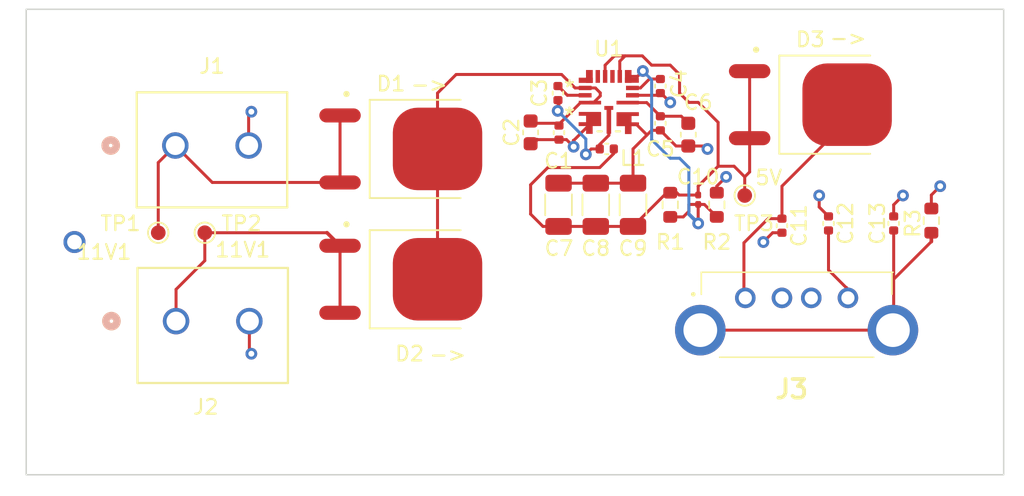
<source format=kicad_pcb>
(kicad_pcb (version 20221018) (generator pcbnew)
  (layers (0 "F.Cu" signal) (1 "In1.Cu" power) (2 "In2.Cu" power) (31 "B.Cu" signal) (34 "B.Paste" user) (35 "F.Paste" user) (36 "B.SilkS" user "B.Silkscreen") (37 "F.SilkS" user "F.Silkscreen") (38 "B.Mask" user) (39 "F.Mask" user) (44 "Edge.Cuts" user))
  (net 0 "")
  (net 1 "GND")
  (net 2 "Net-(C5-Pad1)")
  (net 5 "Net-(D1-K)")
  (net 6 "Net-(C12-Pad2)")
  (net 7 "Net-(D3-K)")
  (net 8 "Net-(D1-A-Pad1)")
  (net 9 "Net-(D2-A-Pad1)")
  (net 10 "Net-(U1-BST)")
  (net 11 "Net-(U1-LX)")
  (net 12 "Net-(U1-BIAS)")
  (net 13 "Net-(U1-OUT)")
  (net 14 "Net-(U1-FB)")
  (net 18 "Net-(C13-Pad1)")
  (footprint "MountingHole:MountingHole_2.2mm_M2" (layer "F.Cu") (at 147.87 121.36)
    (fp_text reference "H3")
    (fp_text value "MountingHole")
    (pad "" np_thru_hole circle (at 0 0) (size 2.2 2.2) (drill 2.2) (layers "*.Cu" "*.Mask"))
  )
  (footprint "buck_lib:DPAK228P990X239-4N" (layer "F.Cu") (at 168.94 112.395 -90)
    (fp_text reference "D2" (at 5.08 -0.605 -180) (layer "F.SilkS"))
    (fp_text value "D_Schottky_AKA")
    (fp_line (start -3.35 2.115) (end -3.35 -4.085) (stroke (width 0.127)) (layer "F.SilkS"))
    (fp_line (start 3.35 -4.085) (end 3.35 2.115) (stroke (width 0.127)) (layer "F.SilkS"))
    (fp_line (start 3.35 2.115) (end -3.35 2.115) (stroke (width 0.127)) (layer "F.SilkS"))
    (fp_circle (center -3.75 3.7) (end -3.638197 3.7) (stroke (width 0.2)) (fill none) (layer "F.SilkS"))
    (pad "1" smd roundrect (at -2.286 4.14 270) (size 0.96 2.83) (layers "F.Cu" "F.Paste" "F.Mask") (roundrect_rratio 0.5) (net 9 "Net-(D2-A-Pad1)"))
    (pad "2" smd roundrect (at 0 -2.51 270) (size 5.63 6.1) (layers "F.Cu" "F.Mask") (roundrect_rratio 0.3) (net 5 "Net-(D1-K)"))
    (pad "3" smd roundrect (at 2.286 4.14 270) (size 0.96 2.83) (layers "F.Cu" "F.Paste" "F.Mask") (roundrect_rratio 0.5) (net 9 "Net-(D2-A-Pad1)"))
  )
  (footprint "Capacitor_SMD:C_0402_1005Metric" (layer "F.Cu") (at 198.12 108.585 -90)
    (fp_text reference "C12" (at 0 -1.16 90) (layer "F.SilkS"))
    (fp_text value "0.1uF")
    (fp_line (start -0.107836 -0.36) (end 0.107836 -0.36) (stroke (width 0.12)) (layer "F.SilkS"))
    (fp_line (start -0.107836 0.36) (end 0.107836 0.36) (stroke (width 0.12)) (layer "F.SilkS"))
    (pad "1" smd roundrect (at -0.48 0 270) (size 0.56 0.62) (layers "F.Cu" "F.Paste" "F.Mask") (net 1 "GND"))
    (pad "2" smd roundrect (at 0.48 0 270) (size 0.56 0.62) (layers "F.Cu" "F.Paste" "F.Mask") (net 6 "Net-(C12-Pad2)"))
  )
  (footprint "Resistor_SMD:R_0603_1608Metric" (layer "F.Cu") (at 190.5 107.315 90)
    (fp_text reference "R2" (at -2.54 0 180) (layer "F.SilkS"))
    (fp_text value "10k")
    (fp_line (start -0.237258 -0.5225) (end 0.237258 -0.5225) (stroke (width 0.12)) (layer "F.SilkS"))
    (fp_line (start -0.237258 0.5225) (end 0.237258 0.5225) (stroke (width 0.12)) (layer "F.SilkS"))
    (pad "1" smd roundrect (at -0.825 0 90) (size 0.8 0.95) (layers "F.Cu" "F.Paste" "F.Mask") (net 14 "Net-(U1-FB)"))
    (pad "2" smd roundrect (at 0.825 0 90) (size 0.8 0.95) (layers "F.Cu" "F.Paste" "F.Mask") (net 1 "GND"))
  )
  (footprint "Capacitor_SMD:C_0402_1005Metric" (layer "F.Cu") (at 179.735 102.39 -90)
    (fp_text reference "C1" (at 1.9304 0.03 -180) (layer "F.SilkS"))
    (fp_text value "0.1uF")
    (fp_line (start -0.107836 -0.36) (end 0.107836 -0.36) (stroke (width 0.12)) (layer "F.SilkS"))
    (fp_line (start -0.107836 0.36) (end 0.107836 0.36) (stroke (width 0.12)) (layer "F.SilkS"))
    (pad "1" smd roundrect (at -0.48 0 270) (size 0.56 0.62) (layers "F.Cu" "F.Paste" "F.Mask") (net 5 "Net-(D1-K)"))
    (pad "2" smd roundrect (at 0.48 0 270) (size 0.56 0.62) (layers "F.Cu" "F.Paste" "F.Mask") (net 1 "GND"))
  )
  (footprint "Capacitor_SMD:C_0402_1005Metric" (layer "F.Cu") (at 186.65 101.755 -90)
    (fp_text reference "C5" (at 1.75 0 -180) (layer "F.SilkS"))
    (fp_text value "0.1uF")
    (fp_line (start -0.107836 -0.36) (end 0.107836 -0.36) (stroke (width 0.12)) (layer "F.SilkS"))
    (fp_line (start -0.107836 0.36) (end 0.107836 0.36) (stroke (width 0.12)) (layer "F.SilkS"))
    (pad "1" smd roundrect (at -0.48 0 270) (size 0.56 0.62) (layers "F.Cu" "F.Paste" "F.Mask") (net 2 "Net-(C5-Pad1)"))
    (pad "2" smd roundrect (at 0.48 0 270) (size 0.56 0.62) (layers "F.Cu" "F.Paste" "F.Mask") (net 1 "GND"))
  )
  (footprint "buck_lib:21-100700_90-100240_ADI" (layer "F.Cu") (at 183.132501 100.294999)
    (fp_text reference "U1" (at 0 -3.619999 unlocked) (layer "F.SilkS"))
    (fp_text value "~")
    (fp_text user "*" (at -2.685 -0.95 unlocked) (layer "F.SilkS"))
    (fp_text user "*" (at -2.685 0.9296) (layer "F.SilkS"))
    (fp_line (start -0.48274 2.0066) (end -0.76726 2.0066) (stroke (width 0.1524)) (layer "F.SilkS"))
    (fp_line (start 0.76726 2.0066) (end 0.48274 2.0066) (stroke (width 0.1524)) (layer "F.SilkS"))
    (pad "1" smd rect (at -1.612499 -0.950001) (size 0.875005 0.299999) (layers "F.Cu" "F.Paste" "F.Mask") (net 5 "Net-(D1-K)"))
    (pad "2" smd rect (at -1.612499 -0.45) (size 0.875005 0.299999) (layers "F.Cu" "F.Paste" "F.Mask") (net 10 "Net-(U1-BST)"))
    (pad "3" smd rect (at -1.287499 0.049999) (size 1.524991 0.250012) (layers "F.Cu" "F.Paste" "F.Mask") (net 5 "Net-(D1-K)"))
    (pad "4" smd custom (at -1.287499 0.825001) (size 1.524991 0.250012) (layers "F.Cu" "F.Paste" "F.Mask") (net 1 "GND") (options (clearance outline) (anchor rect)) (primitives (gr_poly (pts (xy -0.761901 -0.139201) (xy -0.761901 0.110799) (xy -0.261901 0.110799) (xy -0.261901 0.560799) (xy -0.761901 0.560799) (xy -0.761901 0.810799) (xy -0.261901 0.810799) (xy -0.261901 1.355799) (xy 0.188099 1.355799) (xy 0.188099 0.810799) (xy 0.744349 0.810799) (xy 0.763099 0.792049) (xy 0.763099 -0.120451) (xy 0.744349 -0.139201)) (width 0) (fill yes))))
    (pad "5" smd rect (at -1.287499 1.525001) (size 1.524991 0.250012) (layers "F.Cu" "F.Paste" "F.Mask") (net 1 "GND"))
    (pad "6" smd custom (at 0.005 1.2275 90) (size 1.895 0.31) (layers "F.Cu" "F.Paste" "F.Mask") (net 11 "Net-(U1-LX)") (options (clearance outline) (anchor rect)) (primitives (gr_poly (pts (xy 0.9475 -0.305) (xy 0.9475 0.295) (xy 0.6875 0.295) (xy 0.6875 -0.305)) (width 0.01) (fill yes))))
    (pad "7" smd rect (at 1.287499 1.525001) (size 1.524991 0.250012) (layers "F.Cu" "F.Paste" "F.Mask") (net 1 "GND"))
    (pad "8" smd custom (at 1.29 0.84) (size 1.524991 0.250012) (layers "F.Cu" "F.Paste" "F.Mask") (net 1 "GND") (options (clearance outline) (anchor rect)) (primitives (gr_poly (pts (xy 0.761901 -0.139201) (xy 0.761901 0.110799) (xy 0.261901 0.110799) (xy 0.261901 0.560799) (xy 0.761901 0.560799) (xy 0.761901 0.810799) (xy 0.261901 0.810799) (xy 0.261901 1.355799) (xy -0.188099 1.355799) (xy -0.188099 0.810799) (xy -0.744349 0.810799) (xy -0.763099 0.792049) (xy -0.763099 -0.120451) (xy -0.744349 -0.139201)) (width 0) (fill yes))))
    (pad "9" smd rect (at 1.287499 0.049999) (size 1.524991 0.250012) (layers "F.Cu" "F.Paste" "F.Mask") (net 2 "Net-(C5-Pad1)"))
    (pad "10" smd rect (at 1.612499 -0.45) (size 0.875005 0.299999) (layers "F.Cu" "F.Paste" "F.Mask") (net 1 "GND"))
    (pad "11" smd rect (at 1.612499 -0.950001) (size 0.875005 0.299999) (layers "F.Cu" "F.Paste" "F.Mask") (net 12 "Net-(U1-BIAS)"))
    (pad "12" smd rect (at 1.325 -1.738749 90) (size 0.872502 0.449999) (layers "F.Cu" "F.Paste" "F.Mask") (net 14 "Net-(U1-FB)"))
    (pad "12" smd rect (at 1.574999 -1.476248 180) (size 0.949998 0.3475) (layers "F.Cu" "F.Paste" "F.Mask") (net 14 "Net-(U1-FB)"))
    (pad "13" smd rect (at 0.749999 -1.737497 90) (size 0.875005 0.299999) (layers "F.Cu" "F.Paste" "F.Mask") (net 13 "Net-(U1-OUT)"))
    (pad "14" smd rect (at 0.249999 -1.737497 90) (size 0.875005 0.299999) (layers "F.Cu" "F.Paste" "F.Mask"))
    (pad "15" smd rect (at -0.250001 -1.737497 90) (size 0.875005 0.299999) (layers "F.Cu" "F.Paste" "F.Mask") (net 13 "Net-(U1-OUT)"))
    (pad "16" smd rect (at -0.750001 -1.737497 90) (size 0.875005 0.299999) (layers "F.Cu" "F.Paste" "F.Mask"))
    (pad "17" smd rect (at -1.571873 -1.472499) (size 0.95625 0.354998) (layers "F.Cu" "F.Paste" "F.Mask"))
    (pad "17" smd rect (at -1.324373 -1.735625 270) (size 0.88125 0.46125) (layers "F.Cu" "F.Paste" "F.Mask"))
  )
  (footprint "buck_lib:DPAK228P990X239-4N" (layer "F.Cu") (at 196.88 100.485 -90)
    (fp_text reference "D3" (at -4.445 0 -180) (layer "F.SilkS"))
    (fp_text value "D_Schottky_AKA")
    (fp_line (start -3.35 2.115) (end -3.35 -4.085) (stroke (width 0.127)) (layer "F.SilkS"))
    (fp_line (start 3.35 -4.085) (end 3.35 2.115) (stroke (width 0.127)) (layer "F.SilkS"))
    (fp_line (start 3.35 2.115) (end -3.35 2.115) (stroke (width 0.127)) (layer "F.SilkS"))
    (fp_circle (center -3.75 3.7) (end -3.638197 3.7) (stroke (width 0.2)) (fill none) (layer "F.SilkS"))
    (pad "1" smd roundrect (at -2.286 4.14 270) (size 0.96 2.83) (layers "F.Cu" "F.Paste" "F.Mask") (roundrect_rratio 0.5) (net 13 "Net-(U1-OUT)"))
    (pad "2" smd roundrect (at 0 -2.51 270) (size 5.63 6.1) (layers "F.Cu" "F.Mask") (roundrect_rratio 0.3) (net 7 "Net-(D3-K)"))
    (pad "3" smd roundrect (at 2.286 4.14 270) (size 0.96 2.83) (layers "F.Cu" "F.Paste" "F.Mask") (roundrect_rratio 0.5) (net 13 "Net-(U1-OUT)"))
  )
  (footprint "Capacitor_SMD:C_0402_1005Metric" (layer "F.Cu") (at 202.565 108.585 90)
    (fp_text reference "C13" (at 0 -1.115 90) (layer "F.SilkS"))
    (fp_text value "0.1uF")
    (fp_line (start -0.107836 -0.36) (end 0.107836 -0.36) (stroke (width 0.12)) (layer "F.SilkS"))
    (fp_line (start -0.107836 0.36) (end 0.107836 0.36) (stroke (width 0.12)) (layer "F.SilkS"))
    (pad "1" smd roundrect (at -0.48 0 90) (size 0.56 0.62) (layers "F.Cu" "F.Paste" "F.Mask") (net 18 "Net-(C13-Pad1)"))
    (pad "2" smd roundrect (at 0.48 0 90) (size 0.56 0.62) (layers "F.Cu" "F.Paste" "F.Mask") (net 1 "GND"))
  )
  (footprint "Capacitor_SMD:C_0402_1005Metric" (layer "F.Cu") (at 179.665 99.695 -90)
    (fp_text reference "C3" (at 0 1.27 90) (layer "F.SilkS"))
    (fp_text value "0.1uF")
    (fp_line (start -0.107836 -0.36) (end 0.107836 -0.36) (stroke (width 0.12)) (layer "F.SilkS"))
    (fp_line (start -0.107836 0.36) (end 0.107836 0.36) (stroke (width 0.12)) (layer "F.SilkS"))
    (pad "1" smd roundrect (at -0.48 0 270) (size 0.56 0.62) (layers "F.Cu" "F.Paste" "F.Mask") (net 10 "Net-(U1-BST)"))
    (pad "2" smd roundrect (at 0.48 0 270) (size 0.56 0.62) (layers "F.Cu" "F.Paste" "F.Mask") (net 11 "Net-(U1-LX)"))
  )
  (footprint "buck_lib:CONN2_710002_WRE" (layer "F.Cu") (at 153.565 103.27)
    (fp_text reference "J1" (at 2.5 -5.417701 unlocked) (layer "F.SilkS"))
    (fp_text value "691137710002")
    (fp_circle (center -4.4088 0) (end -4.0278 0) (stroke (width 0.508)) (fill none) (layer "B.SilkS"))
    (fp_line (start -2.6308 -3.627001) (end -2.6308 4.221599) (stroke (width 0.1524)) (layer "F.SilkS"))
    (fp_line (start -2.6308 4.221599) (end 7.6308 4.221599) (stroke (width 0.1524)) (layer "F.SilkS"))
    (fp_line (start 7.6308 -3.627001) (end -2.6308 -3.627001) (stroke (width 0.1524)) (layer "F.SilkS"))
    (fp_line (start 7.6308 4.221599) (end 7.6308 -3.627001) (stroke (width 0.1524)) (layer "F.SilkS"))
    (fp_circle (center -4.4088 0) (end -4.0278 0) (stroke (width 0.508)) (fill none) (layer "F.SilkS"))
    (pad "1" thru_hole circle (at 0 0) (size 1.8034 1.8034) (drill 1.2954) (layers "*.Cu" "*.Mask") (net 8 "Net-(D1-A-Pad1)"))
    (pad "2" thru_hole circle (at 5 0) (size 1.8034 1.8034) (drill 1.2954) (layers "*.Cu" "*.Mask") (net 1 "GND"))
  )
  (footprint "Capacitor_SMD:C_1206_3216Metric" (layer "F.Cu") (at 182.245 107.315 -90)
    (fp_text reference "C8" (at 2.97 0) (layer "F.SilkS"))
    (fp_text value "100uF")
    (fp_line (start -0.711252 -0.91) (end 0.711252 -0.91) (stroke (width 0.12)) (layer "F.SilkS"))
    (fp_line (start -0.711252 0.91) (end 0.711252 0.91) (stroke (width 0.12)) (layer "F.SilkS"))
    (pad "1" smd roundrect (at -1.475 0 270) (size 1.15 1.8) (layers "F.Cu" "F.Paste" "F.Mask") (roundrect_rratio 0.2173913043) (net 1 "GND"))
    (pad "2" smd roundrect (at 1.475 0 270) (size 1.15 1.8) (layers "F.Cu" "F.Paste" "F.Mask") (roundrect_rratio 0.2173913043) (net 13 "Net-(U1-OUT)"))
  )
  (footprint "MountingHole:MountingHole_2.2mm_M2" (layer "F.Cu") (at 205.84 121.3)
    (fp_text reference "H4")
    (fp_text value "MountingHole")
    (pad "" np_thru_hole circle (at 0 0) (size 2.2 2.2) (drill 2.2) (layers "*.Cu" "*.Mask"))
  )
  (footprint "Capacitor_SMD:C_1206_3216Metric" (layer "F.Cu") (at 184.785 107.315 -90)
    (fp_text reference "C9" (at 2.97 0) (layer "F.SilkS"))
    (fp_text value "100uF")
    (fp_line (start -0.711252 -0.91) (end 0.711252 -0.91) (stroke (width 0.12)) (layer "F.SilkS"))
    (fp_line (start -0.711252 0.91) (end 0.711252 0.91) (stroke (width 0.12)) (layer "F.SilkS"))
    (pad "1" smd roundrect (at -1.475 0 270) (size 1.15 1.8) (layers "F.Cu" "F.Paste" "F.Mask") (roundrect_rratio 0.2173913043) (net 1 "GND"))
    (pad "2" smd roundrect (at 1.475 0 270) (size 1.15 1.8) (layers "F.Cu" "F.Paste" "F.Mask") (roundrect_rratio 0.2173913043) (net 13 "Net-(U1-OUT)"))
  )
  (footprint "Capacitor_SMD:C_0603_1608Metric" (layer "F.Cu") (at 177.8 102.375 -90)
    (fp_text reference "C2" (at 0 1.3 90) (layer "F.SilkS"))
    (fp_text value "10uF")
    (fp_line (start -0.14058 -0.51) (end 0.14058 -0.51) (stroke (width 0.12)) (layer "F.SilkS"))
    (fp_line (start -0.14058 0.51) (end 0.14058 0.51) (stroke (width 0.12)) (layer "F.SilkS"))
    (pad "1" smd roundrect (at -0.775 0 270) (size 0.9 0.95) (layers "F.Cu" "F.Paste" "F.Mask") (net 5 "Net-(D1-K)"))
    (pad "2" smd roundrect (at 0.775 0 270) (size 0.9 0.95) (layers "F.Cu" "F.Paste" "F.Mask") (net 1 "GND"))
  )
  (footprint "Capacitor_SMD:C_0402_1005Metric" (layer "F.Cu") (at 194.945 108.74 -90)
    (fp_text reference "C11" (at 0 -1.16 90) (layer "F.SilkS"))
    (fp_text value "0.1uF")
    (fp_line (start -0.107836 -0.36) (end 0.107836 -0.36) (stroke (width 0.12)) (layer "F.SilkS"))
    (fp_line (start -0.107836 0.36) (end 0.107836 0.36) (stroke (width 0.12)) (layer "F.SilkS"))
    (pad "1" smd roundrect (at -0.48 0 270) (size 0.56 0.62) (layers "F.Cu" "F.Paste" "F.Mask") (net 7 "Net-(D3-K)"))
    (pad "2" smd roundrect (at 0.48 0 270) (size 0.56 0.62) (layers "F.Cu" "F.Paste" "F.Mask") (net 1 "GND"))
  )
  (footprint "Capacitor_SMD:C_0603_1608Metric" (layer "F.Cu") (at 188.555 102.53 -90)
    (fp_text reference "C6" (at -2.2 -0.675 -180) (layer "F.SilkS"))
    (fp_text value "10uF")
    (fp_line (start -0.14058 -0.51) (end 0.14058 -0.51) (stroke (width 0.12)) (layer "F.SilkS"))
    (fp_line (start -0.14058 0.51) (end 0.14058 0.51) (stroke (width 0.12)) (layer "F.SilkS"))
    (pad "1" smd roundrect (at -0.775 0 270) (size 0.9 0.95) (layers "F.Cu" "F.Paste" "F.Mask") (net 2 "Net-(C5-Pad1)"))
    (pad "2" smd roundrect (at 0.775 0 270) (size 0.9 0.95) (layers "F.Cu" "F.Paste" "F.Mask") (net 1 "GND"))
  )
  (footprint "Capacitor_SMD:C_0402_1005Metric" (layer "F.Cu") (at 182.995 103.505)
    (fp_text reference "L1" (at 1.79 0.635) (layer "F.SilkS"))
    (fp_text value "2.2uH")
    (fp_line (start -0.107836 -0.36) (end 0.107836 -0.36) (stroke (width 0.12)) (layer "F.SilkS"))
    (fp_line (start -0.107836 0.36) (end 0.107836 0.36) (stroke (width 0.12)) (layer "F.SilkS"))
    (pad "1" smd roundrect (at -0.48 0) (size 0.56 0.62) (layers "F.Cu" "F.Paste" "F.Mask") (net 11 "Net-(U1-LX)"))
    (pad "2" smd roundrect (at 0.48 0) (size 0.56 0.62) (layers "F.Cu" "F.Paste" "F.Mask") (net 13 "Net-(U1-OUT)"))
  )
  (footprint "MountingHole:MountingHole_2.2mm_M2" (layer "F.Cu") (at 205.84 98.31)
    (fp_text reference "H2")
    (fp_text value "MountingHole")
    (pad "" np_thru_hole circle (at 0 0) (size 2.2 2.2) (drill 2.2) (layers "*.Cu" "*.Mask"))
  )
  (footprint "TestPoint:TestPoint_Pad_D1.0mm" (layer "F.Cu") (at 192.405 106.68)
    (fp_text reference "TP3" (at 0.635 1.905) (layer "F.SilkS"))
    (fp_text value "TestPoint")
    (fp_circle (center 0 0) (end 0 0.7) (stroke (width 0.12)) (fill none) (layer "F.SilkS"))
    (pad "1" smd circle (at 0 0) (size 1 1) (layers "F.Cu" "F.Mask") (net 13 "Net-(U1-OUT)"))
  )
  (footprint "Capacitor_SMD:C_0201_0603Metric" (layer "F.Cu") (at 189.23 106.97 -90)
    (fp_text reference "C10" (at -1.56 0 -180) (layer "F.SilkS"))
    (fp_text value "56pF")
    (pad "1" smd roundrect (at -0.32 0 270) (size 0.46 0.4) (layers "F.Cu" "F.Mask") (net 13 "Net-(U1-OUT)"))
    (pad "2" smd roundrect (at 0.32 0 270) (size 0.46 0.4) (layers "F.Cu" "F.Mask") (net 14 "Net-(U1-FB)"))
  )
  (footprint "TestPoint:TestPoint_Pad_D1.0mm" (layer "F.Cu") (at 152.4 109.22)
    (fp_text reference "TP1" (at -2.57 -0.635) (layer "F.SilkS"))
    (fp_text value "TestPoint")
    (fp_circle (center 0 0) (end 0 0.7) (stroke (width 0.12)) (fill none) (layer "F.SilkS"))
    (pad "1" smd circle (at 0 0) (size 1 1) (layers "F.Cu" "F.Mask") (net 8 "Net-(D1-A-Pad1)"))
  )
  (footprint "Resistor_SMD:R_0603_1608Metric" (layer "F.Cu") (at 205.135 108.395 90)
    (fp_text reference "R3" (at -0.19 -1.27 90) (layer "F.SilkS"))
    (fp_text value "100k")
    (fp_line (start -0.237258 -0.5225) (end 0.237258 -0.5225) (stroke (width 0.12)) (layer "F.SilkS"))
    (fp_line (start -0.237258 0.5225) (end 0.237258 0.5225) (stroke (width 0.12)) (layer "F.SilkS"))
    (pad "1" smd roundrect (at -0.825 0 90) (size 0.8 0.95) (layers "F.Cu" "F.Paste" "F.Mask") (net 18 "Net-(C13-Pad1)"))
    (pad "2" smd roundrect (at 0.825 0 90) (size 0.8 0.95) (layers "F.Cu" "F.Paste" "F.Mask") (net 1 "GND"))
  )
  (footprint "Capacitor_SMD:C_0402_1005Metric" (layer "F.Cu") (at 186.65 99.215 -90)
    (fp_text reference "C4" (at -0.155 -1.27 90) (layer "F.SilkS"))
    (fp_text value "2.2uF")
    (fp_line (start -0.107836 -0.36) (end 0.107836 -0.36) (stroke (width 0.12)) (layer "F.SilkS"))
    (fp_line (start -0.107836 0.36) (end 0.107836 0.36) (stroke (width 0.12)) (layer "F.SilkS"))
    (pad "1" smd roundrect (at -0.48 0 270) (size 0.56 0.62) (layers "F.Cu" "F.Paste" "F.Mask") (net 12 "Net-(U1-BIAS)"))
    (pad "2" smd roundrect (at 0.48 0 270) (size 0.56 0.62) (layers "F.Cu" "F.Paste" "F.Mask") (net 1 "GND"))
  )
  (footprint "buck_lib:DPAK228P990X239-4N" (layer "F.Cu") (at 168.94 103.505 -90)
    (fp_text reference "D1" (at -4.445 0.665 -180) (layer "F.SilkS"))
    (fp_text value "D_Schottky_AKA")
    (fp_line (start -3.35 2.115) (end -3.35 -4.085) (stroke (width 0.127)) (layer "F.SilkS"))
    (fp_line (start 3.35 -4.085) (end 3.35 2.115) (stroke (width 0.127)) (layer "F.SilkS"))
    (fp_line (start 3.35 2.115) (end -3.35 2.115) (stroke (width 0.127)) (layer "F.SilkS"))
    (fp_circle (center -3.75 3.7) (end -3.638197 3.7) (stroke (width 0.2)) (fill none) (layer "F.SilkS"))
    (pad "1" smd roundrect (at -2.286 4.14 270) (size 0.96 2.83) (layers "F.Cu" "F.Paste" "F.Mask") (roundrect_rratio 0.5) (net 8 "Net-(D1-A-Pad1)"))
    (pad "2" smd roundrect (at 0 -2.51 270) (size 5.63 6.1) (layers "F.Cu" "F.Mask") (roundrect_rratio 0.3) (net 5 "Net-(D1-K)"))
    (pad "3" smd roundrect (at 2.286 4.14 270) (size 0.96 2.83) (layers "F.Cu" "F.Paste" "F.Mask") (roundrect_rratio 0.5) (net 8 "Net-(D1-A-Pad1)"))
  )
  (footprint "TestPoint:TestPoint_Pad_D1.0mm" (layer "F.Cu") (at 155.575 109.22)
    (fp_text reference "TP2" (at 2.51 -0.635) (layer "F.SilkS"))
    (fp_text value "TestPoint")
    (fp_circle (center 0 0) (end 0 0.7) (stroke (width 0.12)) (fill none) (layer "F.SilkS"))
    (pad "1" smd circle (at 0 0) (size 1 1) (layers "F.Cu" "F.Mask") (net 9 "Net-(D2-A-Pad1)"))
  )
  (footprint "Capacitor_SMD:C_1206_3216Metric" (layer "F.Cu") (at 179.705 107.315 -90)
    (fp_text reference "C7" (at 2.97 -0.03) (layer "F.SilkS"))
    (fp_text value "100uF")
    (fp_line (start -0.711252 -0.91) (end 0.711252 -0.91) (stroke (width 0.12)) (layer "F.SilkS"))
    (fp_line (start -0.711252 0.91) (end 0.711252 0.91) (stroke (width 0.12)) (layer "F.SilkS"))
    (pad "1" smd roundrect (at -1.475 0 270) (size 1.15 1.8) (layers "F.Cu" "F.Paste" "F.Mask") (roundrect_rratio 0.2173913043) (net 1 "GND"))
    (pad "2" smd roundrect (at 1.475 0 270) (size 1.15 1.8) (layers "F.Cu" "F.Paste" "F.Mask") (roundrect_rratio 0.2173913043) (net 13 "Net-(U1-OUT)"))
  )
  (footprint "buck_lib:UJ2AV4TH" (layer "F.Cu") (at 192.445 113.665)
    (fp_text reference "J3" (at 3.165 6.23) (layer "F.SilkS") (effects (font (size 1.27 1.27) (thickness 0.254))))
    (fp_text value "UJ2-AV-4-TH" hide)
    (fp_line (start -3.6 -0.25) (end -3.6 -0.25) (stroke (width 0.2)) (layer "F.SilkS"))
    (fp_line (start -3.6 -0.25) (end -3.6 -0.25) (stroke (width 0.2)) (layer "F.SilkS"))
    (fp_line (start -3.5 -0.25) (end -3.5 -0.25) (stroke (width 0.2)) (layer "F.SilkS"))
    (fp_line (start -3 -1.75) (end -3 -1.75) (stroke (width 0.1)) (layer "F.SilkS"))
    (fp_line (start -3 -1.75) (end -3 -1.75) (stroke (width 0.1)) (layer "F.SilkS"))
    (fp_line (start -3 -1.75) (end -3 -0.25) (stroke (width 0.1)) (layer "F.SilkS"))
    (fp_line (start -3 -1.75) (end 10.07 -1.75) (stroke (width 0.1)) (layer "F.SilkS"))
    (fp_line (start -3 -0.25) (end -3 -1.75) (stroke (width 0.1)) (layer "F.SilkS"))
    (fp_line (start -3 -0.25) (end -3 -0.25) (stroke (width 0.1)) (layer "F.SilkS"))
    (fp_line (start -1.75 4.05) (end -1.75 4.05) (stroke (width 0.1)) (layer "F.SilkS"))
    (fp_line (start -1.75 4.05) (end 8.75 4.05) (stroke (width 0.1)) (layer "F.SilkS"))
    (fp_line (start 8.75 4.05) (end -1.75 4.05) (stroke (width 0.1)) (layer "F.SilkS"))
    (fp_line (start 8.75 4.05) (end 8.75 4.05) (stroke (width 0.1)) (layer "F.SilkS"))
    (fp_line (start 10 -1.75) (end 10 -1.75) (stroke (width 0.1)) (layer "F.SilkS"))
    (fp_line (start 10 -1.75) (end 10 -0.25) (stroke (width 0.1)) (layer "F.SilkS"))
    (fp_line (start 10 -0.25) (end 10 -1.75) (stroke (width 0.1)) (layer "F.SilkS"))
    (fp_line (start 10 -0.25) (end 10 -0.25) (stroke (width 0.1)) (layer "F.SilkS"))
    (fp_line (start 10.07 -1.75) (end -3 -1.75) (stroke (width 0.1)) (layer "F.SilkS"))
    (fp_line (start 10.07 -1.75) (end 10.07 -1.75) (stroke (width 0.1)) (layer "F.SilkS"))
    (fp_arc (start -3.6 -0.25) (mid -3.55 -0.3) (end -3.5 -0.25) (stroke (width 0.2)) (layer "F.SilkS"))
    (fp_arc (start -3.5 -0.25) (mid -3.55 -0.2) (end -3.6 -0.25) (stroke (width 0.2)) (layer "F.SilkS"))
    (fp_arc (start -3.5 -0.25) (mid -3.55 -0.2) (end -3.6 -0.25) (stroke (width 0.2)) (layer "F.SilkS"))
    (pad "1" thru_hole circle (at 0 0) (size 1.4 1.4) (drill 0.9) (layers "*.Cu" "*.Mask") (net 7 "Net-(D3-K)"))
    (pad "2" thru_hole circle (at 2.5 0) (size 1.4 1.4) (drill 0.9) (layers "*.Cu" "*.Mask"))
    (pad "3" thru_hole circle (at 4.5 0) (size 1.4 1.4) (drill 0.9) (layers "*.Cu" "*.Mask"))
    (pad "4" thru_hole circle (at 7 0) (size 1.4 1.4) (drill 0.9) (layers "*.Cu" "*.Mask") (net 6 "Net-(C12-Pad2)"))
    (pad "MH1" thru_hole circle (at -3.07 2.2) (size 3.45 3.45) (drill 2.3) (layers "*.Cu" "*.Mask") (net 18 "Net-(C13-Pad1)"))
    (pad "MH2" thru_hole circle (at 10.07 2.2) (size 3.45 3.45) (drill 2.3) (layers "*.Cu" "*.Mask") (net 18 "Net-(C13-Pad1)"))
  )
  (footprint "Resistor_SMD:R_0603_1608Metric" (layer "F.Cu") (at 187.325 107.315 -90)
    (fp_text reference "R1" (at 2.54 0 -180) (layer "F.SilkS"))
    (fp_text value "51.1k")
    (fp_line (start -0.237258 -0.5225) (end 0.237258 -0.5225) (stroke (width 0.12)) (layer "F.SilkS"))
    (fp_line (start -0.237258 0.5225) (end 0.237258 0.5225) (stroke (width 0.12)) (layer "F.SilkS"))
    (pad "1" smd roundrect (at -0.825 0 270) (size 0.8 0.95) (layers "F.Cu" "F.Paste" "F.Mask") (net 13 "Net-(U1-OUT)"))
    (pad "2" smd roundrect (at 0.825 0 270) (size 0.8 0.95) (layers "F.Cu" "F.Paste" "F.Mask") (net 14 "Net-(U1-FB)"))
  )
  (footprint "buck_lib:CONN2_710002_WRE" (layer "F.Cu") (at 153.615 115.25)
    (fp_text reference "J2" (at 2.0301 5.857299 unlocked) (layer "F.SilkS"))
    (fp_text value "691137710002")
    (fp_circle (center -4.4088 0) (end -4.0278 0) (stroke (width 0.508)) (fill none) (layer "B.SilkS"))
    (fp_line (start -2.6308 -3.627001) (end -2.6308 4.221599) (stroke (width 0.1524)) (layer "F.SilkS"))
    (fp_line (start -2.6308 4.221599) (end 7.6308 4.221599) (stroke (width 0.1524)) (layer "F.SilkS"))
    (fp_line (start 7.6308 -3.627001) (end -2.6308 -3.627001) (stroke (width 0.1524)) (layer "F.SilkS"))
    (fp_line (start 7.6308 4.221599) (end 7.6308 -3.627001) (stroke (width 0.1524)) (layer "F.SilkS"))
    (fp_circle (center -4.4088 0) (end -4.0278 0) (stroke (width 0.508)) (fill none) (layer "F.SilkS"))
    (pad "1" thru_hole circle (at 0 0) (size 1.8034 1.8034) (drill 1.2954) (layers "*.Cu" "*.Mask") (net 9 "Net-(D2-A-Pad1)"))
    (pad "2" thru_hole circle (at 5 0) (size 1.8034 1.8034) (drill 1.2954) (layers "*.Cu" "*.Mask") (net 1 "GND"))
  )
  (footprint "MountingHole:MountingHole_2.2mm_M2" (layer "F.Cu") (at 147.81 98.31)
    (fp_text reference "H1")
    (fp_text value "MountingHole")
    (pad "" np_thru_hole circle (at 0 0) (size 2.2 2.2) (drill 2.2) (layers "*.Cu" "*.Mask"))
  )
  (gr_rect (start 143.3925 93.98) (end 210.0675 125.73) (stroke (width 0.1)) (fill none) (layer "Edge.Cuts"))
  (gr_text "11V1\n" (at 156.21 110.97) (layer "F.SilkS") (effects (font (size 1 1)) (justify left bottom)))
  (gr_text "5V" (at 193.04 106.045) (layer "F.SilkS") (effects (font (size 1 1)) (justify left bottom)))
  (gr_text "->" (at 169.545 99.695) (layer "F.SilkS") (effects (font (size 1 1)) (justify left bottom)))
  (gr_text "->" (at 170.815 118.11) (layer "F.SilkS") (effects (font (size 1 1)) (justify left bottom)))
  (gr_text "11V1" (at 146.745 111.125) (layer "F.SilkS") (effects (font (size 1 1)) (justify left bottom)))
  (gr_text "->" (at 198.12 96.52) (layer "F.SilkS") (effects (font (size 1 1)) (justify left bottom)))
  (segment (start 194.945 109.22) (end 194.31 109.22) (width 0.2032) (layer "F.Cu") (net 1))
  (segment (start 188.555 103.305) (end 189.665 103.305) (width 0.2032) (layer "F.Cu") (net 1))
  (segment (start 158.565 103.27) (end 158.565 101.15) (width 0.2032) (layer "F.Cu") (net 1))
  (segment (start 197.485 107.47) (end 198.12 108.105) (width 0.2032) (layer "F.Cu") (net 1))
  (segment (start 190.5 106.045) (end 191.135 105.41) (width 0.2032) (layer "F.Cu") (net 1))
  (segment (start 202.565 107.315) (end 203.2 106.68) (width 0.2032) (layer "F.Cu") (net 1))
  (segment (start 158.615 115.25) (end 158.615 117.34) (width 0.2032) (layer "F.Cu") (net 1))
  (segment (start 189.665 103.305) (end 189.865 103.505) (width 0.25) (layer "F.Cu") (net 1))
  (segment (start 185.7375 102.5525) (end 184.785 103.505) (width 0.2032) (layer "F.Cu") (net 1))
  (segment (start 205.135 107.57) (end 205.135 106.65) (width 0.2032) (layer "F.Cu") (net 1))
  (segment (start 184.785 103.505) (end 184.785 105.84) (width 0.2032) (layer "F.Cu") (net 1))
  (segment (start 185.005 101.82) (end 185.7375 102.5525) (width 0.2032) (layer "F.Cu") (net 1))
  (segment (start 187.72 103.305) (end 186.65 102.235) (width 0.2032) (layer "F.Cu") (net 1))
  (segment (start 197.485 106.68) (end 197.485 107.47) (width 0.2032) (layer "F.Cu") (net 1))
  (segment (start 179.705 105.84) (end 184.785 105.84) (width 0.2032) (layer "F.Cu") (net 1))
  (segment (start 178.235 102.87) (end 177.8 103.305) (width 0.25) (layer "F.Cu") (net 1))
  (segment (start 202.565 108.105) (end 202.565 107.315) (width 0.2032) (layer "F.Cu") (net 1))
  (segment (start 205.135 106.65) (end 205.74 106.045) (width 0.2032) (layer "F.Cu") (net 1))
  (segment (start 179.735 102.87) (end 178.235 102.87) (width 0.2032) (layer "F.Cu") (net 1))
  (segment (start 186.65 102.235) (end 186.055 102.235) (width 0.2032) (layer "F.Cu") (net 1))
  (segment (start 180.25 102.87) (end 180.734847 103.354847) (width 0.2032) (layer "F.Cu") (net 1))
  (segment (start 186.65 99.695) (end 186.69 99.695) (width 0.25) (layer "F.Cu") (net 1))
  (segment (start 186.055 102.235) (end 185.7375 102.5525) (width 0.2032) (layer "F.Cu") (net 1))
  (segment (start 184.42 101.82) (end 185.005 101.82) (width 0.25) (layer "F.Cu") (net 1))
  (segment (start 158.615 117.34) (end 158.75 117.475) (width 0.25) (layer "F.Cu") (net 1))
  (segment (start 184.745 99.844999) (end 186.500001 99.844999) (width 0.2032) (layer "F.Cu") (net 1))
  (segment (start 179.735 102.87) (end 180.25 102.87) (width 0.2032) (layer "F.Cu") (net 1))
  (segment (start 180.734847 102.930155) (end 181.845002 101.82) (width 0.2032) (layer "F.Cu") (net 1))
  (segment (start 188.555 103.305) (end 187.72 103.305) (width 0.2032) (layer "F.Cu") (net 1))
  (segment (start 190.5 106.49) (end 190.5 106.045) (width 0.2032) (layer "F.Cu") (net 1))
  (segment (start 158.565 101.15) (end 158.75 100.965) (width 0.25) (layer "F.Cu") (net 1))
  (segment (start 180.734847 103.354847) (end 180.734847 102.930155) (width 0.25) (layer "F.Cu") (net 1))
  (segment (start 186.500001 99.844999) (end 186.65 99.695) (width 0.25) (layer "F.Cu") (net 1))
  (segment (start 194.31 109.22) (end 193.675 109.855) (width 0.2032) (layer "F.Cu") (net 1))
  (segment (start 186.69 99.695) (end 187.325 100.33) (width 0.2032) (layer "F.Cu") (net 1))
  (via (at 193.675 109.855) (size 0.8) (drill 0.4) (layers "F.Cu" "B.Cu") (net 1))
  (via (at 189.865 103.505) (size 0.8) (drill 0.4) (layers "F.Cu" "B.Cu") (net 1))
  (via (at 191.135 105.41) (size 0.8) (drill 0.4) (layers "F.Cu" "B.Cu") (net 1))
  (via (at 158.75 100.965) (size 0.8) (drill 0.4) (layers "F.Cu" "B.Cu") (net 1))
  (via (at 203.2 106.68) (size 0.8) (drill 0.4) (layers "F.Cu" "B.Cu") (net 1))
  (via (at 187.325 100.33) (size 0.8) (drill 0.4) (layers "F.Cu" "B.Cu") (net 1))
  (via (at 158.75 117.475) (size 0.8) (drill 0.4) (layers "F.Cu" "B.Cu") (net 1))
  (via (at 197.485 106.68) (size 0.8) (drill 0.4) (layers "F.Cu" "B.Cu") (net 1))
  (via (at 205.74 106.045) (size 0.8) (drill 0.4) (layers "F.Cu" "B.Cu") (net 1))
  (via (at 180.734847 103.354847) (size 0.8) (drill 0.4) (layers "F.Cu" "B.Cu") (net 1))
  (segment (start 188.555 101.755) (end 188.075 101.275) (width 0.2032) (layer "F.Cu") (net 2))
  (segment (start 186.65 101.275) (end 185.719998 100.344998) (width 0.2032) (layer "F.Cu") (net 2))
  (segment (start 185.719998 100.344998) (end 184.42 100.344998) (width 0.2032) (layer "F.Cu") (net 2))
  (segment (start 188.075 101.275) (end 186.65 101.275) (width 0.2032) (layer "F.Cu") (net 2))
  (segment (start 171.45 103.505) (end 171.45 99.695) (width 0.2032) (layer "F.Cu") (net 5))
  (segment (start 182.55 99.677496) (end 182.55 99.89) (width 0.2032) (layer "F.Cu") (net 5))
  (segment (start 173.355 103.505) (end 171.45 103.505) (width 0.25) (layer "F.Cu") (net 5))
  (segment (start 179.912502 98.425) (end 180.8325 99.344998) (width 0.2032) (layer "F.Cu") (net 5))
  (segment (start 181.520002 99.344998) (end 182.217502 99.344998) (width 0.2032) (layer "F.Cu") (net 5))
  (segment (start 173.2 101.755) (end 171.45 103.505) (width 0.25) (layer "F.Cu") (net 5))
  (segment (start 181.845002 100.344998) (end 182.095002 100.344998) (width 0.25) (layer "F.Cu") (net 5))
  (segment (start 179.735 101.91) (end 179.735 101.857511) (width 0.25) (layer "F.Cu") (net 5))
  (segment (start 172.72 98.425) (end 179.912502 98.425) (width 0.2032) (layer "F.Cu") (net 5))
  (segment (start 181.207513 100.344998) (end 181.845002 100.344998) (width 0.2032) (layer "F.Cu") (net 5))
  (segment (start 182.55 99.89) (end 182.095002 100.344998) (width 0.2032) (layer "F.Cu") (net 5))
  (segment (start 180.8325 99.344998) (end 181.520002 99.344998) (width 0.2032) (layer "F.Cu") (net 5))
  (segment (start 177.8 101.755) (end 179.58 101.755) (width 0.2032) (layer "F.Cu") (net 5))
  (segment (start 182.217502 99.344998) (end 182.55 99.677496) (width 0.2032) (layer "F.Cu") (net 5))
  (segment (start 179.695 101.857511) (end 181.207513 100.344998) (width 0.2032) (layer "F.Cu") (net 5))
  (segment (start 179.58 101.755) (end 179.735 101.91) (width 0.25) (layer "F.Cu") (net 5))
  (segment (start 171.45 112.395) (end 171.45 103.505) (width 0.2032) (layer "F.Cu") (net 5))
  (segment (start 171.45 99.695) (end 172.72 98.425) (width 0.2032) (layer "F.Cu") (net 5))
  (segment (start 198.12 111.76) (end 199.35 112.99) (width 0.2032) (layer "F.Cu") (net 6))
  (segment (start 199.35 112.99) (end 199.35 113.665) (width 0.25) (layer "F.Cu") (net 6))
  (segment (start 198.12 109.065) (end 198.12 111.76) (width 0.2032) (layer "F.Cu") (net 6))
  (segment (start 199.39 101.6) (end 194.945 106.045) (width 0.2032) (layer "F.Cu") (net 7))
  (segment (start 199.39 100.485) (end 199.39 101.6) (width 0.25) (layer "F.Cu") (net 7))
  (segment (start 194 108.26) (end 192.35 109.91) (width 0.2032) (layer "F.Cu") (net 7))
  (segment (start 194.945 106.045) (end 194.945 108.26) (width 0.2032) (layer "F.Cu") (net 7))
  (segment (start 192.35 109.91) (end 192.35 113.665) (width 0.2032) (layer "F.Cu") (net 7))
  (segment (start 194.945 108.26) (end 194 108.26) (width 0.2032) (layer "F.Cu") (net 7))
  (segment (start 152.4 104.435) (end 153.565 103.27) (width 0.2032) (layer "F.Cu") (net 8))
  (segment (start 152.4 109.22) (end 152.4 104.435) (width 0.2032) (layer "F.Cu") (net 8))
  (segment (start 153.565 103.27) (end 156.086 105.791) (width 0.2032) (layer "F.Cu") (net 8))
  (segment (start 164.8 105.791) (end 164.8 101.219) (width 0.2032) (layer "F.Cu") (net 8))
  (segment (start 164.8 105.791) (end 156.086 105.791) (width 0.2032) (layer "F.Cu") (net 8))
  (segment (start 163.911 109.22) (end 164.8 110.109) (width 0.25) (layer "F.Cu") (net 9))
  (segment (start 153.615 115.25) (end 153.615 113.085) (width 0.2032) (layer "F.Cu") (net 9))
  (segment (start 153.615 113.085) (end 155.575 111.125) (width 0.2032) (layer "F.Cu") (net 9))
  (segment (start 155.575 109.22) (end 163.911 109.22) (width 0.2032) (layer "F.Cu") (net 9))
  (segment (start 164.8 110.109) (end 164.8 114.681) (width 0.2032) (layer "F.Cu") (net 9))
  (segment (start 155.575 111.125) (end 155.575 109.22) (width 0.2032) (layer "F.Cu") (net 9))
  (via (at 146.685 109.855) (size 1.5) (drill 1) (layers "F.Cu" "B.Cu") (net 9))
  (segment (start 180.306489 99.844999) (end 179.67649 99.215) (width 0.2032) (layer "F.Cu") (net 10))
  (segment (start 179.67649 99.215) (end 179.665 99.215) (width 0.25) (layer "F.Cu") (net 10))
  (segment (start 181.520002 99.844999) (end 180.306489 99.844999) (width 0.2032) (layer "F.Cu") (net 10))
  (segment (start 181.935188 103.505) (end 182.515 103.505) (width 0.2032) (layer "F.Cu") (net 11))
  (segment (start 182.515 103.195001) (end 183.137501 102.5725) (width 0.2032) (layer "F.Cu") (net 11))
  (segment (start 183.137501 102.5725) (end 183.137501 101.522499) (width 0.2032) (layer "F.Cu") (net 11))
  (segment (start 181.565798 103.87439) (end 181.935188 103.505) (width 0.2032) (layer "F.Cu") (net 11))
  (segment (start 179.705 100.85049) (end 179.647745 100.907745) (width 0.25) (layer "F.Cu") (net 11))
  (segment (start 179.705 100.040094) (end 179.705 100.85049) (width 0.25) (layer "F.Cu") (net 11))
  (segment (start 182.515 103.505) (end 182.515 103.195001) (width 0.2032) (layer "F.Cu") (net 11))
  (via (at 181.565798 103.87439) (size 0.8) (drill 0.4) (layers "F.Cu" "B.Cu") (net 11))
  (via (at 179.647745 100.907745) (size 0.8) (drill 0.4) (layers "F.Cu" "B.Cu") (net 11))
  (segment (start 181.565798 102.825798) (end 179.665 100.925) (width 0.2032) (layer "B.Cu") (net 11))
  (segment (start 181.565798 103.87439) (end 181.565798 102.825798) (width 0.2032) (layer "B.Cu") (net 11))
  (segment (start 185.90212 98.735) (end 185.292122 99.344998) (width 0.2032) (layer "F.Cu") (net 12))
  (segment (start 185.292122 99.344998) (end 184.745 99.344998) (width 0.2032) (layer "F.Cu") (net 12))
  (segment (start 186.65 98.735) (end 185.90212 98.735) (width 0.2032) (layer "F.Cu") (net 12))
  (segment (start 182.8825 97.7925) (end 182.8825 98.557502) (width 0.2032) (layer "F.Cu") (net 13))
  (segment (start 192.74 105.075) (end 192.74 102.771) (width 0.2032) (layer "F.Cu") (net 13))
  (segment (start 185.42 97.155) (end 184.25 97.155) (width 0.2032) (layer "F.Cu") (net 13))
  (segment (start 187.325 106.49) (end 187.77 106.49) (width 0.2032) (layer "F.Cu") (net 13))
  (segment (start 187.96 99.695) (end 187.96 98.425) (width 0.2032) (layer "F.Cu") (net 13))
  (segment (start 189.23 100.33) (end 188.595 100.33) (width 0.2032) (layer "F.Cu") (net 13))
  (segment (start 183.515 97.155) (end 184.25 97.155) (width 0.2032) (layer "F.Cu") (net 13))
  (segment (start 183.475 103.505) (end 183.475 103.814999) (width 0.2032) (layer "F.Cu") (net 13))
  (segment (start 190.59 104.685) (end 190.59 101.69) (width 0.2032) (layer "F.Cu") (net 13))
  (segment (start 178.64 108.79) (end 179.705 108.79) (width 0.2032) (layer "F.Cu") (net 13))
  (segment (start 189.23 106.045) (end 190.59 104.685) (width 0.2032) (layer "F.Cu") (net 13))
  (segment (start 184.785 108.79) (end 187.085 106.49) (width 0.2032) (layer "F.Cu") (net 13))
  (segment (start 190.59 101.69) (end 189.23 100.33) (width 0.2032) (layer "F.Cu") (net 13))
  (segment (start 189.23 106.65) (end 189.23 106.045) (width 0.2032) (layer "F.Cu") (net 13))
  (segment (start 182.514999 104.775) (end 178.9749 104.775) (width 0.2032) (layer "F.Cu") (net 13))
  (segment (start 184.2 97.205) (end 183.8825 97.5225) (width 0.2032) (layer "F.Cu") (net 13))
  (segment (start 186.055 97.79) (end 185.42 97.155) (width 0.2032) (layer "F.Cu") (net 13))
  (segment (start 182.245 108.79) (end 184.785 108.79) (width 0.2032) (layer "F.Cu") (net 13))
  (segment (start 182.8825 97.7925) (end 183.515 97.16) (width 0.2032) (layer "F.Cu") (net 13))
  (segment (start 191.68 104.685) (end 192.405 105.41) (width 0.2032) (layer "F.Cu") (net 13))
  (segment (start 183.475 103.814999) (end 182.514999 104.775) (width 0.2032) (layer "F.Cu") (net 13))
  (segment (start 192.405 105.41) (end 192.74 105.075) (width 0.2032) (layer "F.Cu") (net 13))
  (segment (start 177.8 105.9499) (end 177.8 107.95) (width 0.2032) (layer "F.Cu") (net 13))
  (segment (start 187.77 106.49) (end 187.93 106.65) (width 0.2032) (layer "F.Cu") (net 13))
  (segment (start 187.085 106.49) (end 187.325 106.49) (width 0.25) (layer "F.Cu") (net 13))
  (segment (start 188.595 100.33) (end 187.96 99.695) (width 0.2032) (layer "F.Cu") (net 13))
  (segment (start 187.93 106.65) (end 189.23 106.65) (width 0.2032) (layer "F.Cu") (net 13))
  (segment (start 192.405 105.41) (end 192.405 106.68) (width 0.2032) (layer "F.Cu") (net 13))
  (segment (start 190.59 104.685) (end 191.68 104.685) (width 0.2032) (layer "F.Cu") (net 13))
  (segment (start 187.325 97.79) (end 186.055 97.79) (width 0.2032) (layer "F.Cu") (net 13))
  (segment (start 183.8825 97.5225) (end 183.8825 98.557502) (width 0.2032) (layer "F.Cu") (net 13))
  (segment (start 179.705 108.79) (end 182.245 108.79) (width 0.2032) (layer "F.Cu") (net 13))
  (segment (start 187.96 98.425) (end 187.325 97.79) (width 0.2032) (layer "F.Cu") (net 13))
  (segment (start 178.9749 104.775) (end 177.8 105.9499) (width 0.2032) (layer "F.Cu") (net 13))
  (segment (start 192.74 102.771) (end 192.74 98.199) (width 0.2032) (layer "F.Cu") (net 13))
  (segment (start 177.8 107.95) (end 178.64 108.79) (width 0.2032) (layer "F.Cu") (net 13))
  (segment (start 184.457501 98.55625) (end 185.089585 98.55625) (width 0.2032) (layer "F.Cu") (net 14))
  (segment (start 185.089585 98.55625) (end 185.456907 98.188928) (width 0.2032) (layer "F.Cu") (net 14))
  (segment (start 188.215 108.14) (end 188.595 107.76) (width 0.2032) (layer "F.Cu") (net 14))
  (segment (start 189.23 107.29) (end 189.23 108.585) (width 0.2032) (layer "F.Cu") (net 14))
  (segment (start 187.325 108.14) (end 188.215 108.14) (width 0.2032) (layer "F.Cu") (net 14))
  (segment (start 189.65 107.29) (end 190.5 108.14) (width 0.2032) (layer "F.Cu") (net 14))
  (segment (start 188.595 107.76) (end 188.595 107.29) (width 0.2032) (layer "F.Cu") (net 14))
  (segment (start 188.595 107.29) (end 189.65 107.29) (width 0.2032) (layer "F.Cu") (net 14))
  (via (at 189.23 108.585) (size 0.8) (drill 0.4) (layers "F.Cu" "B.Cu") (net 14))
  (via (at 185.456907 98.188928) (size 0.8) (drill 0.4) (layers "F.Cu" "B.Cu") (net 14))
  (segment (start 186.055 102.87) (end 186.055 98.787021) (width 0.2032) (layer "B.Cu") (net 14))
  (segment (start 186.055 98.787021) (end 185.456907 98.188928) (width 0.2032) (layer "B.Cu") (net 14))
  (segment (start 188.595 104.775) (end 187.96 104.14) (width 0.2032) (layer "B.Cu") (net 14))
  (segment (start 188.595 107.95) (end 188.595 104.775) (width 0.2032) (layer "B.Cu") (net 14))
  (segment (start 187.96 104.14) (end 187.325 104.14) (width 0.2032) (layer "B.Cu") (net 14))
  (segment (start 189.23 108.585) (end 188.595 107.95) (width 0.25) (layer "B.Cu") (net 14))
  (segment (start 187.325 104.14) (end 186.055 102.87) (width 0.2032) (layer "B.Cu") (net 14))
  (segment (start 189.28 115.865) (end 202.42 115.865) (width 0.2032) (layer "F.Cu") (net 18))
  (segment (start 205.135 109.825) (end 202.565 112.395) (width 0.2032) (layer "F.Cu") (net 18))
  (segment (start 202.565 109.065) (end 202.565 112.395) (width 0.2032) (layer "F.Cu") (net 18))
  (segment (start 205.135 109.22) (end 205.135 109.825) (width 0.25) (layer "F.Cu") (net 18))
  (segment (start 202.565 112.395) (end 202.565 115.72) (width 0.2032) (layer "F.Cu") (net 18))
  (segment (start 202.565 115.72) (end 202.42 115.865) (width 0.25) (layer "F.Cu") (net 18))
)
</source>
